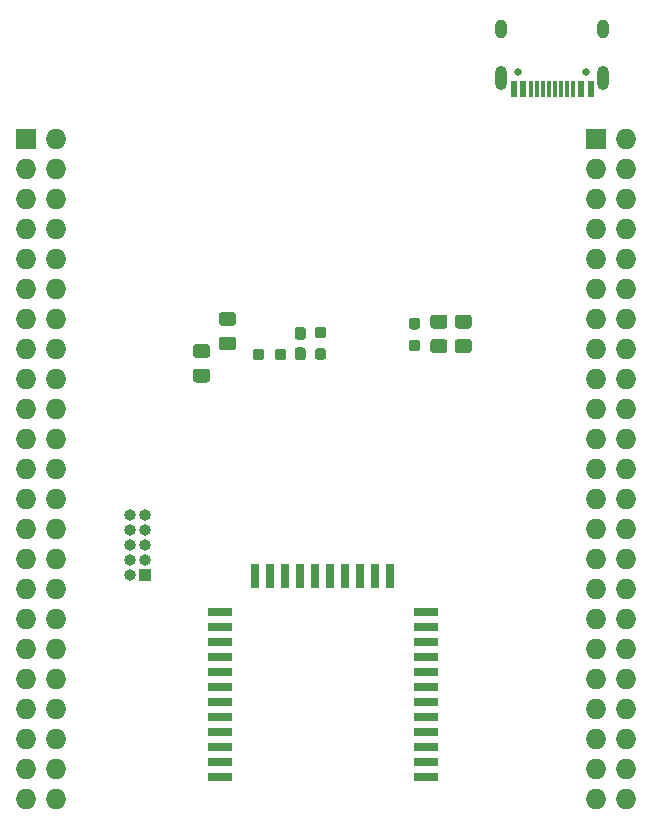
<source format=gbr>
%TF.GenerationSoftware,KiCad,Pcbnew,(5.1.7-0-10_14)*%
%TF.CreationDate,2020-11-05T11:20:50+08:00*%
%TF.ProjectId,bbb_cape,6262625f-6361-4706-952e-6b696361645f,rev?*%
%TF.SameCoordinates,Original*%
%TF.FileFunction,Soldermask,Bot*%
%TF.FilePolarity,Negative*%
%FSLAX46Y46*%
G04 Gerber Fmt 4.6, Leading zero omitted, Abs format (unit mm)*
G04 Created by KiCad (PCBNEW (5.1.7-0-10_14)) date 2020-11-05 11:20:50*
%MOMM*%
%LPD*%
G01*
G04 APERTURE LIST*
%ADD10O,1.000000X1.000000*%
%ADD11R,1.000000X1.000000*%
%ADD12R,0.600000X1.450000*%
%ADD13R,0.300000X1.450000*%
%ADD14O,1.000000X2.100000*%
%ADD15C,0.650000*%
%ADD16O,1.000000X1.600000*%
%ADD17R,0.800001X2.000001*%
%ADD18R,2.000001X0.800001*%
%ADD19R,1.727200X1.727200*%
%ADD20O,1.727200X1.727200*%
G04 APERTURE END LIST*
D10*
%TO.C,CON1*%
X126485100Y-94222400D03*
X125215100Y-94222400D03*
X126485100Y-95492400D03*
X125215100Y-95492400D03*
X126485100Y-96762400D03*
X125215100Y-96762400D03*
X126485100Y-98032400D03*
X125215100Y-98032400D03*
X125215100Y-99302400D03*
D11*
X126485100Y-99302400D03*
%TD*%
%TO.C,R3*%
G36*
G01*
X141567600Y-79257400D02*
X141092600Y-79257400D01*
G75*
G02*
X140855100Y-79019900I0J237500D01*
G01*
X140855100Y-78519900D01*
G75*
G02*
X141092600Y-78282400I237500J0D01*
G01*
X141567600Y-78282400D01*
G75*
G02*
X141805100Y-78519900I0J-237500D01*
G01*
X141805100Y-79019900D01*
G75*
G02*
X141567600Y-79257400I-237500J0D01*
G01*
G37*
G36*
G01*
X141567600Y-81082400D02*
X141092600Y-81082400D01*
G75*
G02*
X140855100Y-80844900I0J237500D01*
G01*
X140855100Y-80344900D01*
G75*
G02*
X141092600Y-80107400I237500J0D01*
G01*
X141567600Y-80107400D01*
G75*
G02*
X141805100Y-80344900I0J-237500D01*
G01*
X141805100Y-80844900D01*
G75*
G02*
X141567600Y-81082400I-237500J0D01*
G01*
G37*
%TD*%
%TO.C,R2*%
G36*
G01*
X137435100Y-80859900D02*
X137435100Y-80384900D01*
G75*
G02*
X137672600Y-80147400I237500J0D01*
G01*
X138172600Y-80147400D01*
G75*
G02*
X138410100Y-80384900I0J-237500D01*
G01*
X138410100Y-80859900D01*
G75*
G02*
X138172600Y-81097400I-237500J0D01*
G01*
X137672600Y-81097400D01*
G75*
G02*
X137435100Y-80859900I0J237500D01*
G01*
G37*
G36*
G01*
X135610100Y-80859900D02*
X135610100Y-80384900D01*
G75*
G02*
X135847600Y-80147400I237500J0D01*
G01*
X136347600Y-80147400D01*
G75*
G02*
X136585100Y-80384900I0J-237500D01*
G01*
X136585100Y-80859900D01*
G75*
G02*
X136347600Y-81097400I-237500J0D01*
G01*
X135847600Y-81097400D01*
G75*
G02*
X135610100Y-80859900I0J237500D01*
G01*
G37*
%TD*%
%TO.C,R1*%
G36*
G01*
X149052600Y-79357400D02*
X149527600Y-79357400D01*
G75*
G02*
X149765100Y-79594900I0J-237500D01*
G01*
X149765100Y-80094900D01*
G75*
G02*
X149527600Y-80332400I-237500J0D01*
G01*
X149052600Y-80332400D01*
G75*
G02*
X148815100Y-80094900I0J237500D01*
G01*
X148815100Y-79594900D01*
G75*
G02*
X149052600Y-79357400I237500J0D01*
G01*
G37*
G36*
G01*
X149052600Y-77532400D02*
X149527600Y-77532400D01*
G75*
G02*
X149765100Y-77769900I0J-237500D01*
G01*
X149765100Y-78269900D01*
G75*
G02*
X149527600Y-78507400I-237500J0D01*
G01*
X149052600Y-78507400D01*
G75*
G02*
X148815100Y-78269900I0J237500D01*
G01*
X148815100Y-77769900D01*
G75*
G02*
X149052600Y-77532400I237500J0D01*
G01*
G37*
%TD*%
%TO.C,C6*%
G36*
G01*
X152945100Y-79322400D02*
X153895100Y-79322400D01*
G75*
G02*
X154145100Y-79572400I0J-250000D01*
G01*
X154145100Y-80247400D01*
G75*
G02*
X153895100Y-80497400I-250000J0D01*
G01*
X152945100Y-80497400D01*
G75*
G02*
X152695100Y-80247400I0J250000D01*
G01*
X152695100Y-79572400D01*
G75*
G02*
X152945100Y-79322400I250000J0D01*
G01*
G37*
G36*
G01*
X152945100Y-77247400D02*
X153895100Y-77247400D01*
G75*
G02*
X154145100Y-77497400I0J-250000D01*
G01*
X154145100Y-78172400D01*
G75*
G02*
X153895100Y-78422400I-250000J0D01*
G01*
X152945100Y-78422400D01*
G75*
G02*
X152695100Y-78172400I0J250000D01*
G01*
X152695100Y-77497400D01*
G75*
G02*
X152945100Y-77247400I250000J0D01*
G01*
G37*
%TD*%
%TO.C,C5*%
G36*
G01*
X150875100Y-79322400D02*
X151825100Y-79322400D01*
G75*
G02*
X152075100Y-79572400I0J-250000D01*
G01*
X152075100Y-80247400D01*
G75*
G02*
X151825100Y-80497400I-250000J0D01*
G01*
X150875100Y-80497400D01*
G75*
G02*
X150625100Y-80247400I0J250000D01*
G01*
X150625100Y-79572400D01*
G75*
G02*
X150875100Y-79322400I250000J0D01*
G01*
G37*
G36*
G01*
X150875100Y-77247400D02*
X151825100Y-77247400D01*
G75*
G02*
X152075100Y-77497400I0J-250000D01*
G01*
X152075100Y-78172400D01*
G75*
G02*
X151825100Y-78422400I-250000J0D01*
G01*
X150875100Y-78422400D01*
G75*
G02*
X150625100Y-78172400I0J250000D01*
G01*
X150625100Y-77497400D01*
G75*
G02*
X150875100Y-77247400I250000J0D01*
G01*
G37*
%TD*%
%TO.C,C4*%
G36*
G01*
X133925100Y-78202400D02*
X132975100Y-78202400D01*
G75*
G02*
X132725100Y-77952400I0J250000D01*
G01*
X132725100Y-77277400D01*
G75*
G02*
X132975100Y-77027400I250000J0D01*
G01*
X133925100Y-77027400D01*
G75*
G02*
X134175100Y-77277400I0J-250000D01*
G01*
X134175100Y-77952400D01*
G75*
G02*
X133925100Y-78202400I-250000J0D01*
G01*
G37*
G36*
G01*
X133925100Y-80277400D02*
X132975100Y-80277400D01*
G75*
G02*
X132725100Y-80027400I0J250000D01*
G01*
X132725100Y-79352400D01*
G75*
G02*
X132975100Y-79102400I250000J0D01*
G01*
X133925100Y-79102400D01*
G75*
G02*
X134175100Y-79352400I0J-250000D01*
G01*
X134175100Y-80027400D01*
G75*
G02*
X133925100Y-80277400I-250000J0D01*
G01*
G37*
%TD*%
%TO.C,C3*%
G36*
G01*
X131735100Y-80922400D02*
X130785100Y-80922400D01*
G75*
G02*
X130535100Y-80672400I0J250000D01*
G01*
X130535100Y-79997400D01*
G75*
G02*
X130785100Y-79747400I250000J0D01*
G01*
X131735100Y-79747400D01*
G75*
G02*
X131985100Y-79997400I0J-250000D01*
G01*
X131985100Y-80672400D01*
G75*
G02*
X131735100Y-80922400I-250000J0D01*
G01*
G37*
G36*
G01*
X131735100Y-82997400D02*
X130785100Y-82997400D01*
G75*
G02*
X130535100Y-82747400I0J250000D01*
G01*
X130535100Y-82072400D01*
G75*
G02*
X130785100Y-81822400I250000J0D01*
G01*
X131735100Y-81822400D01*
G75*
G02*
X131985100Y-82072400I0J-250000D01*
G01*
X131985100Y-82747400D01*
G75*
G02*
X131735100Y-82997400I-250000J0D01*
G01*
G37*
%TD*%
%TO.C,C2*%
G36*
G01*
X139847600Y-79377400D02*
X139372600Y-79377400D01*
G75*
G02*
X139135100Y-79139900I0J237500D01*
G01*
X139135100Y-78539900D01*
G75*
G02*
X139372600Y-78302400I237500J0D01*
G01*
X139847600Y-78302400D01*
G75*
G02*
X140085100Y-78539900I0J-237500D01*
G01*
X140085100Y-79139900D01*
G75*
G02*
X139847600Y-79377400I-237500J0D01*
G01*
G37*
G36*
G01*
X139847600Y-81102400D02*
X139372600Y-81102400D01*
G75*
G02*
X139135100Y-80864900I0J237500D01*
G01*
X139135100Y-80264900D01*
G75*
G02*
X139372600Y-80027400I237500J0D01*
G01*
X139847600Y-80027400D01*
G75*
G02*
X140085100Y-80264900I0J-237500D01*
G01*
X140085100Y-80864900D01*
G75*
G02*
X139847600Y-81102400I-237500J0D01*
G01*
G37*
%TD*%
D12*
%TO.C,J1*%
X164190100Y-58167400D03*
X163390100Y-58167400D03*
X158490100Y-58167400D03*
X157690100Y-58167400D03*
X157690100Y-58167400D03*
X158490100Y-58167400D03*
X163390100Y-58167400D03*
X164190100Y-58167400D03*
D13*
X159190100Y-58167400D03*
X159690100Y-58167400D03*
X160190100Y-58167400D03*
X161190100Y-58167400D03*
X161690100Y-58167400D03*
X162190100Y-58167400D03*
X162690100Y-58167400D03*
X160690100Y-58167400D03*
D14*
X165260100Y-57252400D03*
X156620100Y-57252400D03*
D15*
X158050100Y-56722400D03*
D16*
X156620100Y-53072400D03*
D15*
X163830100Y-56722400D03*
D16*
X165260100Y-53072400D03*
%TD*%
D17*
%TO.C,U1*%
X135815054Y-99372400D03*
X137085054Y-99372400D03*
X138355054Y-99372400D03*
X139625054Y-99372400D03*
D18*
X132780008Y-116377446D03*
X132780008Y-115107446D03*
X132780008Y-113837446D03*
X132780008Y-112567446D03*
X132780008Y-111297446D03*
X132780008Y-110027446D03*
X132780008Y-108757446D03*
X132780008Y-107487446D03*
X132780008Y-106217446D03*
X132780008Y-104947446D03*
X132780008Y-103677446D03*
X132780008Y-102407446D03*
X150280100Y-102407446D03*
X150280100Y-103677446D03*
X150280100Y-104947446D03*
X150280100Y-106217446D03*
X150280100Y-107487446D03*
X150280100Y-108757446D03*
X150280100Y-110027446D03*
X150280100Y-111297446D03*
X150280100Y-112567446D03*
X150280100Y-113837446D03*
X150280100Y-115107446D03*
X150280100Y-116377446D03*
D17*
X140895054Y-99372400D03*
X142165054Y-99372400D03*
X143435054Y-99372400D03*
X144705054Y-99372400D03*
X145975054Y-99372400D03*
X147245054Y-99372400D03*
%TD*%
D19*
%TO.C,P8*%
X164630100Y-62382400D03*
D20*
X167170100Y-62382400D03*
X164630100Y-64922400D03*
X167170100Y-64922400D03*
X164630100Y-67462400D03*
X167170100Y-67462400D03*
X164630100Y-70002400D03*
X167170100Y-70002400D03*
X164630100Y-72542400D03*
X167170100Y-72542400D03*
X164630100Y-75082400D03*
X167170100Y-75082400D03*
X164630100Y-77622400D03*
X167170100Y-77622400D03*
X164630100Y-80162400D03*
X167170100Y-80162400D03*
X164630100Y-82702400D03*
X167170100Y-82702400D03*
X164630100Y-85242400D03*
X167170100Y-85242400D03*
X164630100Y-87782400D03*
X167170100Y-87782400D03*
X164630100Y-90322400D03*
X167170100Y-90322400D03*
X164630100Y-92862400D03*
X167170100Y-92862400D03*
X164630100Y-95402400D03*
X167170100Y-95402400D03*
X164630100Y-97942400D03*
X167170100Y-97942400D03*
X164630100Y-100482400D03*
X167170100Y-100482400D03*
X164630100Y-103022400D03*
X167170100Y-103022400D03*
X164630100Y-105562400D03*
X167170100Y-105562400D03*
X164630100Y-108102400D03*
X167170100Y-108102400D03*
X164630100Y-110642400D03*
X167170100Y-110642400D03*
X164630100Y-113182400D03*
X167170100Y-113182400D03*
X164630100Y-115722400D03*
X167170100Y-115722400D03*
X164630100Y-118262400D03*
X167170100Y-118262400D03*
%TD*%
D19*
%TO.C,P9*%
X116370100Y-62382400D03*
D20*
X118910100Y-62382400D03*
X116370100Y-64922400D03*
X118910100Y-64922400D03*
X116370100Y-67462400D03*
X118910100Y-67462400D03*
X116370100Y-70002400D03*
X118910100Y-70002400D03*
X116370100Y-72542400D03*
X118910100Y-72542400D03*
X116370100Y-75082400D03*
X118910100Y-75082400D03*
X116370100Y-77622400D03*
X118910100Y-77622400D03*
X116370100Y-80162400D03*
X118910100Y-80162400D03*
X116370100Y-82702400D03*
X118910100Y-82702400D03*
X116370100Y-85242400D03*
X118910100Y-85242400D03*
X116370100Y-87782400D03*
X118910100Y-87782400D03*
X116370100Y-90322400D03*
X118910100Y-90322400D03*
X116370100Y-92862400D03*
X118910100Y-92862400D03*
X116370100Y-95402400D03*
X118910100Y-95402400D03*
X116370100Y-97942400D03*
X118910100Y-97942400D03*
X116370100Y-100482400D03*
X118910100Y-100482400D03*
X116370100Y-103022400D03*
X118910100Y-103022400D03*
X116370100Y-105562400D03*
X118910100Y-105562400D03*
X116370100Y-108102400D03*
X118910100Y-108102400D03*
X116370100Y-110642400D03*
X118910100Y-110642400D03*
X116370100Y-113182400D03*
X118910100Y-113182400D03*
X116370100Y-115722400D03*
X118910100Y-115722400D03*
X116370100Y-118262400D03*
X118910100Y-118262400D03*
%TD*%
M02*

</source>
